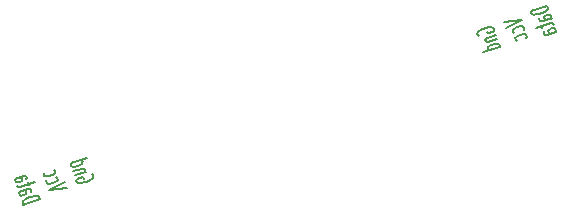
<source format=gbr>
%TF.GenerationSoftware,KiCad,Pcbnew,5.1.9*%
%TF.CreationDate,2021-01-25T14:02:36-05:00*%
%TF.ProjectId,penroserombus_thin_40mm,70656e72-6f73-4657-926f-6d6275735f74,rev?*%
%TF.SameCoordinates,Original*%
%TF.FileFunction,Legend,Bot*%
%TF.FilePolarity,Positive*%
%FSLAX46Y46*%
G04 Gerber Fmt 4.6, Leading zero omitted, Abs format (unit mm)*
G04 Created by KiCad (PCBNEW 5.1.9) date 2021-01-25 14:02:36*
%MOMM*%
%LPD*%
G01*
G04 APERTURE LIST*
%ADD10C,0.200000*%
%ADD11C,3.200000*%
%ADD12C,1.150000*%
%ADD13C,0.100000*%
%ADD14O,1.700000X1.700000*%
%ADD15R,1.700000X1.700000*%
G04 APERTURE END LIST*
D10*
X138609703Y-79256260D02*
X138701180Y-79306648D01*
X138736496Y-79415341D01*
X138703880Y-79546105D01*
X138591558Y-79662712D01*
X138467465Y-79743088D01*
X138207507Y-79867609D01*
X138003709Y-79933827D01*
X137720207Y-79985887D01*
X137572569Y-79993802D01*
X137413160Y-79965486D01*
X137309911Y-79878866D01*
X137286367Y-79806405D01*
X137318983Y-79675640D01*
X137375144Y-79617336D01*
X137850672Y-79462828D01*
X137897760Y-79607751D01*
X138084387Y-79026388D02*
X137133330Y-79335405D01*
X137948521Y-79070533D02*
X138004682Y-79012230D01*
X138049070Y-78917696D01*
X138013754Y-78809004D01*
X137922277Y-78758615D01*
X137774640Y-78766530D01*
X137027381Y-79009329D01*
X136803712Y-78320945D02*
X138230297Y-77857419D01*
X136871644Y-78298872D02*
X136827256Y-78393406D01*
X136874344Y-78538329D01*
X136965821Y-78588718D01*
X137045526Y-78602876D01*
X137193163Y-78594962D01*
X137600759Y-78462526D01*
X137724852Y-78382150D01*
X137781012Y-78323846D01*
X137825401Y-78229312D01*
X137778313Y-78084389D01*
X137686836Y-78034001D01*
X136482926Y-80407932D02*
X134973937Y-80617843D01*
X136318117Y-79900702D01*
X134771112Y-79762463D02*
X134726723Y-79856997D01*
X134773812Y-80001920D01*
X134865289Y-80052309D01*
X134944993Y-80066467D01*
X135092631Y-80058553D01*
X135500226Y-79926117D01*
X135624319Y-79845741D01*
X135680480Y-79787437D01*
X135724868Y-79692903D01*
X135677780Y-79547980D01*
X135586303Y-79497592D01*
X134559215Y-79110310D02*
X134514826Y-79204844D01*
X134561914Y-79349767D01*
X134653391Y-79400156D01*
X134733096Y-79414314D01*
X134880733Y-79406400D01*
X135288329Y-79273964D01*
X135412422Y-79193588D01*
X135468582Y-79135284D01*
X135512971Y-79040750D01*
X135465883Y-78895827D01*
X135374406Y-78845439D01*
X132791000Y-81827819D02*
X134217585Y-81364293D01*
X134158724Y-81183140D01*
X134055476Y-81096520D01*
X133896066Y-81068204D01*
X133748429Y-81076118D01*
X133464926Y-81128178D01*
X133261129Y-81194396D01*
X133001170Y-81318918D01*
X132877077Y-81399294D01*
X132764756Y-81515900D01*
X132732140Y-81646665D01*
X132791000Y-81827819D01*
X132437838Y-80740897D02*
X133185096Y-80498098D01*
X133332734Y-80490183D01*
X133424211Y-80540572D01*
X133471299Y-80685495D01*
X133426910Y-80780029D01*
X132505770Y-80718824D02*
X132461382Y-80813358D01*
X132520242Y-80994512D01*
X132611719Y-81044901D01*
X132759356Y-81036986D01*
X132895222Y-80992841D01*
X133019315Y-80912465D01*
X133063703Y-80817931D01*
X133004843Y-80636777D01*
X133049231Y-80542243D01*
X133306490Y-80178265D02*
X133212313Y-79888419D01*
X133746702Y-79915064D02*
X132523915Y-80312372D01*
X132376278Y-80320286D01*
X132284801Y-80269898D01*
X132261257Y-80197436D01*
X132072903Y-79617745D02*
X132820162Y-79374945D01*
X132967799Y-79367031D01*
X133059276Y-79417420D01*
X133106364Y-79562343D01*
X133061976Y-79656877D01*
X132140836Y-79595672D02*
X132096448Y-79690206D01*
X132155308Y-79871360D01*
X132246785Y-79921748D01*
X132394422Y-79913834D01*
X132530287Y-79869689D01*
X132654380Y-79789313D01*
X132698769Y-79694778D01*
X132639908Y-79513625D01*
X132684297Y-79419091D01*
X171346496Y-67530339D02*
X171255019Y-67479951D01*
X171219703Y-67371258D01*
X171252319Y-67240494D01*
X171364641Y-67123887D01*
X171488734Y-67043511D01*
X171748692Y-66918990D01*
X171952490Y-66852772D01*
X172235992Y-66800712D01*
X172383630Y-66792797D01*
X172543039Y-66821113D01*
X172646288Y-66907733D01*
X172669832Y-66980194D01*
X172637216Y-67110959D01*
X172581055Y-67169263D01*
X172105527Y-67323771D01*
X172058439Y-67178848D01*
X171871812Y-67760211D02*
X172822869Y-67451194D01*
X172007678Y-67716066D02*
X171951517Y-67774369D01*
X171907129Y-67868903D01*
X171942445Y-67977595D01*
X172033922Y-68027984D01*
X172181559Y-68020069D01*
X172928818Y-67777270D01*
X173152487Y-68465654D02*
X171725902Y-68929180D01*
X173084555Y-68487727D02*
X173128943Y-68393193D01*
X173081855Y-68248270D01*
X172990378Y-68197881D01*
X172910673Y-68183723D01*
X172763036Y-68191637D01*
X172355440Y-68324073D01*
X172231347Y-68404449D01*
X172175187Y-68462753D01*
X172130798Y-68557287D01*
X172177886Y-68702210D01*
X172269363Y-68752598D01*
X173473273Y-66378667D02*
X174982262Y-66168756D01*
X173638082Y-66885897D01*
X175185087Y-67024136D02*
X175229476Y-66929602D01*
X175182387Y-66784679D01*
X175090910Y-66734290D01*
X175011206Y-66720132D01*
X174863568Y-66728046D01*
X174455973Y-66860482D01*
X174331880Y-66940858D01*
X174275719Y-66999162D01*
X174231331Y-67093696D01*
X174278419Y-67238619D01*
X174369896Y-67289007D01*
X175396984Y-67676289D02*
X175441373Y-67581755D01*
X175394285Y-67436832D01*
X175302808Y-67386443D01*
X175223103Y-67372285D01*
X175075466Y-67380199D01*
X174667870Y-67512635D01*
X174543777Y-67593011D01*
X174487617Y-67651315D01*
X174443228Y-67745849D01*
X174490316Y-67890772D01*
X174581793Y-67941160D01*
X177165199Y-64958780D02*
X175738614Y-65422306D01*
X175797475Y-65603459D01*
X175900723Y-65690079D01*
X176060133Y-65718395D01*
X176207770Y-65710481D01*
X176491273Y-65658421D01*
X176695070Y-65592203D01*
X176955029Y-65467681D01*
X177079122Y-65387305D01*
X177191443Y-65270699D01*
X177224059Y-65139934D01*
X177165199Y-64958780D01*
X177518361Y-66045702D02*
X176771103Y-66288501D01*
X176623465Y-66296416D01*
X176531988Y-66246027D01*
X176484900Y-66101104D01*
X176529289Y-66006570D01*
X177450429Y-66067775D02*
X177494817Y-65973241D01*
X177435957Y-65792087D01*
X177344480Y-65741698D01*
X177196843Y-65749613D01*
X177060977Y-65793758D01*
X176936884Y-65874134D01*
X176892496Y-65968668D01*
X176951356Y-66149822D01*
X176906968Y-66244356D01*
X176649709Y-66608334D02*
X176743886Y-66898180D01*
X176209497Y-66871535D02*
X177432284Y-66474227D01*
X177579921Y-66466313D01*
X177671398Y-66516701D01*
X177694942Y-66589163D01*
X177883296Y-67168854D02*
X177136037Y-67411654D01*
X176988400Y-67419568D01*
X176896923Y-67369179D01*
X176849835Y-67224256D01*
X176894223Y-67129722D01*
X177815363Y-67190927D02*
X177859751Y-67096393D01*
X177800891Y-66915239D01*
X177709414Y-66864851D01*
X177561777Y-66872765D01*
X177425912Y-66916910D01*
X177301819Y-66997286D01*
X177257430Y-67091821D01*
X177316291Y-67272974D01*
X177271902Y-67367508D01*
%LPC*%
D11*
%TO.C,M3*%
X127168342Y-82330651D03*
%TD*%
%TO.C,M3*%
X153602893Y-82050001D03*
%TD*%
%TO.C,M3*%
X182790427Y-64257940D03*
%TD*%
%TO.C,M3*%
X156355877Y-64538590D03*
%TD*%
D12*
%TO.C,MH*%
X157439371Y-80865352D03*
%TD*%
%TO.C,MH*%
X152519399Y-65723239D03*
%TD*%
D13*
%TO.C,J3*%
G36*
X134235591Y-75875041D02*
G01*
X135610920Y-74875806D01*
X136610155Y-76251135D01*
X135234826Y-77250370D01*
X134235591Y-75875041D01*
G37*
G36*
G01*
X132868353Y-76868399D02*
X132868353Y-76868399D01*
G75*
G02*
X134055634Y-77056446I499617J-687664D01*
G01*
X134055634Y-77056446D01*
G75*
G02*
X133867587Y-78243727I-687664J-499617D01*
G01*
X133867587Y-78243727D01*
G75*
G02*
X132680306Y-78055680I-499617J687664D01*
G01*
X132680306Y-78055680D01*
G75*
G02*
X132868353Y-76868399I687664J499617D01*
G01*
G37*
G36*
G01*
X130813450Y-78361373D02*
X130813450Y-78361373D01*
G75*
G02*
X132000731Y-78549420I499617J-687664D01*
G01*
X132000731Y-78549420D01*
G75*
G02*
X131812684Y-79736701I-687664J-499617D01*
G01*
X131812684Y-79736701D01*
G75*
G02*
X130625403Y-79548654I-499617J687664D01*
G01*
X130625403Y-79548654D01*
G75*
G02*
X130813450Y-78361373I687664J499617D01*
G01*
G37*
%TD*%
D14*
%TO.C,J1*%
X177508389Y-64039267D03*
X174968389Y-64039267D03*
D15*
X172428389Y-64039267D03*
%TD*%
%TO.C,J2*%
X138799045Y-82550000D03*
D14*
X136259045Y-82550000D03*
X133719045Y-82550000D03*
%TD*%
%TO.C,J4*%
G36*
G01*
X178119344Y-68973468D02*
X178119344Y-68973468D01*
G75*
G02*
X176932063Y-68785421I-499617J687664D01*
G01*
X176932063Y-68785421D01*
G75*
G02*
X177120110Y-67598140I687664J499617D01*
G01*
X177120110Y-67598140D01*
G75*
G02*
X178307391Y-67786187I499617J-687664D01*
G01*
X178307391Y-67786187D01*
G75*
G02*
X178119344Y-68973468I-687664J-499617D01*
G01*
G37*
G36*
G01*
X176064441Y-70466442D02*
X176064441Y-70466442D01*
G75*
G02*
X174877160Y-70278395I-499617J687664D01*
G01*
X174877160Y-70278395D01*
G75*
G02*
X175065207Y-69091114I687664J499617D01*
G01*
X175065207Y-69091114D01*
G75*
G02*
X176252488Y-69279161I499617J-687664D01*
G01*
X176252488Y-69279161D01*
G75*
G02*
X176064441Y-70466442I-687664J-499617D01*
G01*
G37*
D13*
G36*
X174697203Y-71459800D02*
G01*
X173321874Y-72459035D01*
X172322639Y-71083706D01*
X173697968Y-70084471D01*
X174697203Y-71459800D01*
G37*
%TD*%
M02*

</source>
